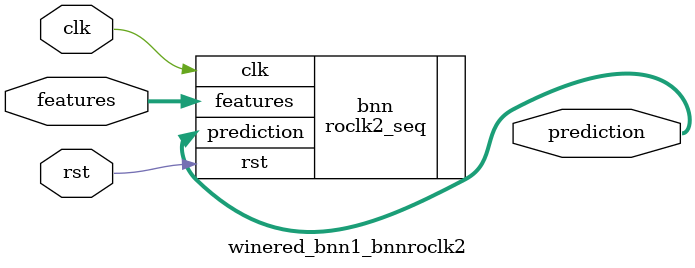
<source format=v>













module winered_bnn1_bnnroclk2 #(

parameter FEAT_CNT = 11,
parameter HIDDEN_CNT = 40,
parameter FEAT_BITS = 4,
parameter CLASS_CNT = 6,
parameter TEST_CNT = 1000


  ) (
  input clk,
  input rst,
  input [FEAT_CNT*FEAT_BITS-1:0] features,
  output [$clog2(CLASS_CNT)-1:0] prediction
  );

  localparam Weights0 = 440'b11101100111111100100101100110010011011110110111111101101011011000101100010011000011100010100101010010000111110001110100110011010100011010100001101110011000000011110001100111000111000000010110101110111101111111000101110110001010110011111100000101010011100101001111011101110111001010100110111000110111111000101110111100001000000011011111010111001101100001010010111011100011001101010110110010000011110100000101000110010000011100000000110011000 ;
  localparam Weights1 = 240'b101011110101010111101111010101000101111001101110110011111110010011110100100011101000101011111101111001010101001011000101101011100011011000100010000100100000001111000110100000011011100000011101001111010010001011110000001101110000010000111001 ;

  roclk2_seq #(.FEAT_CNT(FEAT_CNT),.FEAT_BITS(FEAT_BITS),.HIDDEN_CNT(HIDDEN_CNT),.CLASS_CNT(CLASS_CNT),.Weights0(Weights0),.Weights1(Weights1)) bnn (
    .clk(clk),
    .rst(rst),
    .features(features),
    .prediction(prediction)
  );

endmodule

</source>
